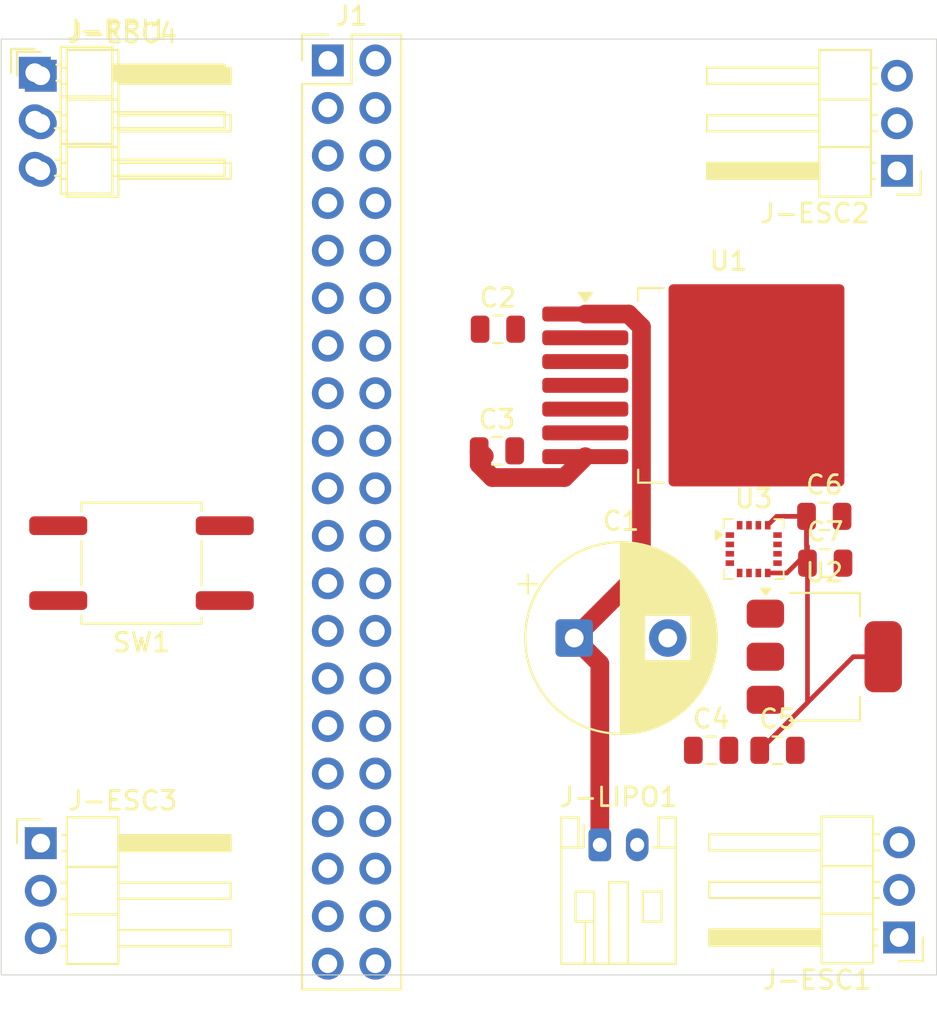
<source format=kicad_pcb>
(kicad_pcb (version 20241229) (generator "pcbnew") (generator_version "9.0")
  (layers (0 "F.Cu" signal) (2 "B.Cu" signal) (13 "F.Paste" user) (15 "B.Paste" user) (5 "F.SilkS" user "F.Silkscreen") (7 "B.SilkS" user "B.Silkscreen") (1 "F.Mask" user) (3 "B.Mask" user) (25 "Edge.Cuts" user))
  (net 0 "")
  (net 41 "V-BATT")
  (net 42 "GND")
  (net 43 "Net-(J-ESC1-Pin_3)")
  (net 44 "Net-(U1-VOUT)")
  (net 45 "VCC_3V3")
  (net 46 "/PWM_M1")
  (net 47 "/PWM_M2")
  (net 48 "/PWM_M3")
  (net 49 "/PWM_M4")
  (net 52 "/ARM_SWITCH")
  (net 56 "/IMU_INT")
  (net 59 "/IMU_MISO")
  (footprint "Package_LGA:LGA-16_3x3mm_P0.5mm" (layer "F.Cu") (at 40.225 27.25)
    (property "Reference" "U3" (at 0 -2.7 0) (layer "F.SilkS"))
    (property "Value" "MPU-9250")
    (fp_line (start -1.6 -1.6) (end -1.6 -1.1) (stroke (width 0.1)) (layer "F.SilkS"))
    (fp_line (start -1.6 -1.6) (end -1.1 -1.6) (stroke (width 0.1)) (layer "F.SilkS"))
    (fp_line (start -1.6 1.6) (end -1.6 1.1) (stroke (width 0.1)) (layer "F.SilkS"))
    (fp_line (start -1.6 1.6) (end -1.1 1.6) (stroke (width 0.1)) (layer "F.SilkS"))
    (fp_line (start 1.1 -1.6) (end 1.6 -1.6) (stroke (width 0.1)) (layer "F.SilkS"))
    (fp_line (start 1.6 -1.6) (end 1.6 -1.1) (stroke (width 0.1)) (layer "F.SilkS"))
    (fp_line (start 1.6 1.6) (end 1.1 1.6) (stroke (width 0.1)) (layer "F.SilkS"))
    (fp_line (start 1.6 1.6) (end 1.6 1.1) (stroke (width 0.1)) (layer "F.SilkS"))
    (fp_poly (pts (xy -1.675 -0.75) (xy -2.011 -0.51) (xy -2.011 -0.99) (xy -1.675 -0.75)) (stroke (width 0.12)) (fill yes) (layer "F.SilkS"))
    (pad "1" smd rect (at -1.275 -0.75 90) (size 0.3 0.45) (layers "F.Cu" "F.Mask" "F.Paste"))
    (pad "2" smd rect (at -1.275 -0.25 90) (size 0.3 0.45) (layers "F.Cu" "F.Mask" "F.Paste"))
    (pad "3" smd rect (at -1.275 0.25 90) (size 0.3 0.45) (layers "F.Cu" "F.Mask" "F.Paste"))
    (pad "4" smd rect (at -1.275 0.75 90) (size 0.3 0.45) (layers "F.Cu" "F.Mask" "F.Paste"))
    (pad "5" smd rect (at -0.75 1.275) (size 0.3 0.45) (layers "F.Cu" "F.Mask" "F.Paste"))
    (pad "6" smd rect (at -0.25 1.275) (size 0.3 0.45) (layers "F.Cu" "F.Mask" "F.Paste"))
    (pad "7" smd rect (at 0.25 1.275) (size 0.3 0.45) (layers "F.Cu" "F.Mask" "F.Paste"))
    (pad "8" smd rect (at 0.75 1.275) (size 0.3 0.45) (layers "F.Cu" "F.Mask" "F.Paste") (net 45 "VCC_3V3"))
    (pad "9" smd rect (at 1.275 0.75 90) (size 0.3 0.45) (layers "F.Cu" "F.Mask" "F.Paste") (net 59 "/IMU_MISO"))
    (pad "10" smd rect (at 1.275 0.25 90) (size 0.3 0.45) (layers "F.Cu" "F.Mask" "F.Paste"))
    (pad "11" smd rect (at 1.275 -0.25 90) (size 0.3 0.45) (layers "F.Cu" "F.Mask" "F.Paste"))
    (pad "12" smd rect (at 1.275 -0.75 90) (size 0.3 0.45) (layers "F.Cu" "F.Mask" "F.Paste") (net 56 "/IMU_INT"))
    (pad "13" smd rect (at 0.75 -1.275) (size 0.3 0.45) (layers "F.Cu" "F.Mask" "F.Paste") (net 45 "VCC_3V3"))
    (pad "14" smd rect (at 0.25 -1.275) (size 0.3 0.45) (layers "F.Cu" "F.Mask" "F.Paste"))
    (pad "15" smd rect (at -0.25 -1.275) (size 0.3 0.45) (layers "F.Cu" "F.Mask" "F.Paste"))
    (pad "16" smd rect (at -0.75 -1.275) (size 0.3 0.45) (layers "F.Cu" "F.Mask" "F.Paste"))
  )
  (footprint "Capacitor_THT:CP_Radial_D10.0mm_P5.00mm" (layer "F.Cu") (at 30.632323 32)
    (property "Reference" "C1" (at 2.5 -6.25 0) (layer "F.SilkS"))
    (property "Value" "1000uF")
    (fp_line (start -2.979646 -2.875) (end -1.979646 -2.875) (stroke (width 0.12)) (layer "F.SilkS"))
    (fp_line (start -2.479646 -3.375) (end -2.479646 -2.375) (stroke (width 0.12)) (layer "F.SilkS"))
    (fp_line (start 2.5 -5.08) (end 2.5 5.08) (stroke (width 0.12)) (layer "F.SilkS"))
    (fp_line (start 2.54 -5.08) (end 2.54 5.08) (stroke (width 0.12)) (layer "F.SilkS"))
    (fp_line (start 2.58 -5.079) (end 2.58 5.079) (stroke (width 0.12)) (layer "F.SilkS"))
    (fp_line (start 2.62 -5.079) (end 2.62 5.079) (stroke (width 0.12)) (layer "F.SilkS"))
    (fp_line (start 2.66 -5.077) (end 2.66 5.077) (stroke (width 0.12)) (layer "F.SilkS"))
    (fp_line (start 2.7 -5.076) (end 2.7 5.076) (stroke (width 0.12)) (layer "F.SilkS"))
    (fp_line (start 2.74 -5.074) (end 2.74 5.074) (stroke (width 0.12)) (layer "F.SilkS"))
    (fp_line (start 2.78 -5.072) (end 2.78 5.072) (stroke (width 0.12)) (layer "F.SilkS"))
    (fp_line (start 2.82 -5.07) (end 2.82 5.07) (stroke (width 0.12)) (layer "F.SilkS"))
    (fp_line (start 2.86 -5.067) (end 2.86 5.067) (stroke (width 0.12)) (layer "F.SilkS"))
    (fp_line (start 2.9 -5.064) (end 2.9 5.064) (stroke (width 0.12)) (layer "F.SilkS"))
    (fp_line (start 2.94 -5.061) (end 2.94 5.061) (stroke (width 0.12)) (layer "F.SilkS"))
    (fp_line (start 2.98 -5.057) (end 2.98 5.057) (stroke (width 0.12)) (layer "F.SilkS"))
    (fp_line (start 3.02 -5.054) (end 3.02 5.054) (stroke (width 0.12)) (layer "F.SilkS"))
    (fp_line (start 3.06 -5.049) (end 3.06 5.049) (stroke (width 0.12)) (layer "F.SilkS"))
    (fp_line (start 3.1 -5.045) (end 3.1 5.045) (stroke (width 0.12)) (layer "F.SilkS"))
    (fp_line (start 3.14 -5.04) (end 3.14 5.04) (stroke (width 0.12)) (layer "F.SilkS"))
    (fp_line (start 3.18 -5.035) (end 3.18 5.035) (stroke (width 0.12)) (layer "F.SilkS"))
    (fp_line (start 3.22 -5.029) (end 3.22 5.029) (stroke (width 0.12)) (layer "F.SilkS"))
    (fp_line (start 3.26 -5.023) (end 3.26 5.023) (stroke (width 0.12)) (layer "F.SilkS"))
    (fp_line (start 3.3 -5.017) (end 3.3 5.017) (stroke (width 0.12)) (layer "F.SilkS"))
    (fp_line (start 3.34 -5.011) (end 3.34 5.011) (stroke (width 0.12)) (layer "F.SilkS"))
    (fp_line (start 3.38 -5.004) (end 3.38 5.004) (stroke (width 0.12)) (layer "F.SilkS"))
    (fp_line (start 3.42 -4.997) (end 3.42 4.997) (stroke (width 0.12)) (layer "F.SilkS"))
    (fp_line (start 3.46 -4.989) (end 3.46 4.989) (stroke (width 0.12)) (layer "F.SilkS"))
    (fp_line (start 3.5 -4.981) (end 3.5 4.981) (stroke (width 0.12)) (layer "F.SilkS"))
    (fp_line (start 3.54 -4.973) (end 3.54 4.973) (stroke (width 0.12)) (layer "F.SilkS"))
    (fp_line (start 3.58 -4.965) (end 3.58 4.965) (stroke (width 0.12)) (layer "F.SilkS"))
    (fp_line (start 3.62 -4.956) (end 3.62 4.956) (stroke (width 0.12)) (layer "F.SilkS"))
    (fp_line (start 3.66 -4.947) (end 3.66 4.947) (stroke (width 0.12)) (layer "F.SilkS"))
    (fp_line (start 3.7 -4.937) (end 3.7 4.937) (stroke (width 0.12)) (layer "F.SilkS"))
    (fp_line (start 3.74 -4.928) (end 3.74 4.928) (stroke (width 0.12)) (layer "F.SilkS"))
    (fp_line (start 3.78 -4.917) (end 3.78 -1.24) (stroke (width 0.12)) (layer "F.SilkS"))
    (fp_line (start 3.78 1.24) (end 3.78 4.917) (stroke (width 0.12)) (layer "F.SilkS"))
    (fp_line (start 3.82 -4.907) (end 3.82 -1.24) (stroke (width 0.12)) (layer "F.SilkS"))
    (fp_line (start 3.82 1.24) (end 3.82 4.907) (stroke (width 0.12)) (layer "F.SilkS"))
    (fp_line (start 3.86 -4.896) (end 3.86 -1.24) (stroke (width 0.12)) (layer "F.SilkS"))
    (fp_line (start 3.86 1.24) (end 3.86 4.896) (stroke (width 0.12)) (layer "F.SilkS"))
    (fp_line (start 3.9 -4.885) (end 3.9 -1.24) (stroke (width 0.12)) (layer "F.SilkS"))
    (fp_line (start 3.9 1.24) (end 3.9 4.885) (stroke (width 0.12)) (layer "F.SilkS"))
    (fp_line (start 3.94 -4.873) (end 3.94 -1.24) (stroke (width 0.12)) (layer "F.SilkS"))
    (fp_line (start 3.94 1.24) (end 3.94 4.873) (stroke (width 0.12)) (layer "F.SilkS"))
    (fp_line (start 3.98 -4.861) (end 3.98 -1.24) (stroke (width 0.12)) (layer "F.SilkS"))
    (fp_line (start 3.98 1.24) (end 3.98 4.861) (stroke (width 0.12)) (layer "F.SilkS"))
    (fp_line (start 4.02 -4.849) (end 4.02 -1.24) (stroke (width 0.12)) (layer "F.SilkS"))
    (fp_line (start 4.02 1.24) (end 4.02 4.849) (stroke (width 0.12)) (layer "F.SilkS"))
    (fp_line (start 4.06 -4.837) (end 4.06 -1.24) (stroke (width 0.12)) (layer "F.SilkS"))
    (fp_line (start 4.06 1.24) (end 4.06 4.837) (stroke (width 0.12)) (layer "F.SilkS"))
    (fp_line (start 4.1 -4.824) (end 4.1 -1.24) (stroke (width 0.12)) (layer "F.SilkS"))
    (fp_line (start 4.1 1.24) (end 4.1 4.824) (stroke (width 0.12)) (layer "F.SilkS"))
    (fp_line (start 4.14 -4.81) (end 4.14 -1.24) (stroke (width 0.12)) (layer "F.SilkS"))
    (fp_line (start 4.14 1.24) (end 4.14 4.81) (stroke (width 0.12)) (layer "F.SilkS"))
    (fp_line (start 4.18 -4.797) (end 4.18 -1.24) (stroke (width 0.12)) (layer "F.SilkS"))
    (fp_line (start 4.18 1.24) (end 4.18 4.797) (stroke (width 0.12)) (layer "F.SilkS"))
    (fp_line (start 4.22 -4.782) (end 4.22 -1.24) (stroke (width 0.12)) (layer "F.SilkS"))
    (fp_line (start 4.22 1.24) (end 4.22 4.782) (stroke (width 0.12)) (layer "F.SilkS"))
    (fp_line (start 4.26 -4.768) (end 4.26 -1.24) (stroke (width 0.12)) (layer "F.SilkS"))
    (fp_line (start 4.26 1.24) (end 4.26 4.768) (stroke (width 0.12)) (layer "F.SilkS"))
    (fp_line (start 4.3 -4.753) (end 4.3 -1.24) (stroke (width 0.12)) (layer "F.SilkS"))
    (fp_line (start 4.3 1.24) (end 4.3 4.753) (stroke (width 0.12)) (layer "F.SilkS"))
    (fp_line (start 4.34 -4.738) (end 4.34 -1.24) (stroke (width 0.12)) (layer "F.SilkS"))
    (fp_line (start 4.34 1.24) (end 4.34 4.738) (stroke (width 0.12)) (layer "F.SilkS"))
    (fp_line (start 4.38 -4.722) (end 4.38 -1.24) (stroke (width 0.12)) (layer "F.SilkS"))
    (fp_line (start 4.38 1.24) (end 4.38 4.722) (stroke (width 0.12)) (layer "F.SilkS"))
    (fp_line (start 4.42 -4.706) (end 4.42 -1.24) (stroke (width 0.12)) (layer "F.SilkS"))
    (fp_line (start 4.42 1.24) (end 4.42 4.706) (stroke (width 0.12)) (layer "F.SilkS"))
    (fp_line (start 4.46 -4.69) (end 4.46 -1.24) (stroke (width 0.12)) (layer "F.SilkS"))
    (fp_line (start 4.46 1.24) (end 4.46 4.69) (stroke (width 0.12)) (layer "F.SilkS"))
    (fp_line (start 4.5 -4.673) (end 4.5 -1.24) (stroke (width 0.12)) (layer "F.SilkS"))
    (fp_line (start 4.5 1.24) (end 4.5 4.673) (stroke (width 0.12)) (layer "F.SilkS"))
    (fp_line (start 4.54 -4.656) (end 4.54 -1.24) (stroke (width 0.12)) (layer "F.SilkS"))
    (fp_line (start 4.54 1.24) (end 4.54 4.656) (stroke (width 0.12)) (layer "F.SilkS"))
    (fp_line (start 4.58 -4.638) (end 4.58 -1.24) (stroke (width 0.12)) (layer "F.SilkS"))
    (fp_line (start 4.58 1.24) (end 4.58 4.638) (stroke (width 0.12)) (layer "F.SilkS"))
    (fp_line (start 4.62 -4.62) (end 4.62 -1.24) (stroke (width 0.12)) (layer "F.SilkS"))
    (fp_line (start 4.62 1.24) (end 4.62 4.62) (stroke (width 0.12)) (layer "F.SilkS"))
    (fp_line (start 4.66 -4.602) (end 4.66 -1.24) (stroke (width 0.12)) (layer "F.SilkS"))
    (fp_line (start 4.66 1.24) (end 4.66 4.602) (stroke (width 0.12)) (layer "F.SilkS"))
    (fp_line (start 4.7 -4.583) (end 4.7 -1.24) (stroke (width 0.12)) (layer "F.SilkS"))
    (fp_line (start 4.7 1.24) (end 4.7 4.583) (stroke (width 0.12)) (layer "F.SilkS"))
    (fp_line (start 4.74 -4.564) (end 4.74 -1.24) (stroke (width 0.12)) (layer "F.SilkS"))
    (fp_line (start 4.74 1.24) (end 4.74 4.564) (stroke (width 0.12)) (layer "F.SilkS"))
    (fp_line (start 4.78 -4.544) (end 4.78 -1.24) (stroke (width 0.12)) (layer "F.SilkS"))
    (fp_line (start 4.78 1.24) (end 4.78 4.544) (stroke (width 0.12)) (layer "F.SilkS"))
    (fp_line (start 4.82 -4.524) (end 4.82 -1.24) (stroke (width 0.12)) (layer "F.SilkS"))
    (fp_line (start 4.82 1.24) (end 4.82 4.524) (stroke (width 0.12)) (layer "F.SilkS"))
    (fp_line (start 4.86 -4.504) (end 4.86 -1.24) (stroke (width 0.12)) (layer "F.SilkS"))
    (fp_line (start 4.86 1.24) (end 4.86 4.504) (stroke (width 0.12)) (layer "F.SilkS"))
    (fp_line (start 4.9 -4.483) (end 4.9 -1.24) (stroke (width 0.12)) (layer "F.SilkS"))
    (fp_line (start 4.9 1.24) (end 4.9 4.483) (stroke (width 0.12)) (layer "F.SilkS"))
    (fp_line (start 4.94 -4.461) (end 4.94 -1.24) (stroke (width 0.12)) (layer "F.SilkS"))
    (fp_line (start 4.94 1.24) (end 4.94 4.461) (stroke (width 0.12)) (layer "F.SilkS"))
    (fp_line (start 4.98 -4.439) (end 4.98 -1.24) (stroke (width 0.12)) (layer "F.SilkS"))
    (fp_line (start 4.98 1.24) (end 4.98 4.439) (stroke (width 0.12)) (layer "F.SilkS"))
    (fp_line (start 5.02 -4.417) (end 5.02 -1.24) (stroke (width 0.12)) (layer "F.SilkS"))
    (fp_line (start 5.02 1.24) (end 5.02 4.417) (stroke (width 0.12)) (layer "F.SilkS"))
    (fp_line (start 5.06 -4.394) (end 5.06 -1.24) (stroke (width 0.12)) (layer "F.SilkS"))
    (fp_line (start 5.06 1.24) (end 5.06 4.394) (stroke (width 0.12)) (layer "F.SilkS"))
    (fp_line (start 5.1 -4.371) (end 5.1 -1.24) (stroke (width 0.12)) (layer "F.SilkS"))
    (fp_line (start 5.1 1.24) (end 5.1 4.371) (stroke (width 0.12)) (layer "F.SilkS"))
    (fp_line (start 5.14 -4.347) (end 5.14 -1.24) (stroke (width 0.12)) (layer "F.SilkS"))
    (fp_line (start 5.14 1.24) (end 5.14 4.347) (stroke (width 0.12)) (layer "F.SilkS"))
    (fp_line (start 5.18 -4.323) (end 5.18 -1.24) (stroke (width 0.12)) (layer "F.SilkS"))
    (fp_line (start 5.18 1.24) (end 5.18 4.323) (stroke (width 0.12)) (layer "F.SilkS"))
    (fp_line (start 5.22 -4.298) (end 5.22 -1.24) (stroke (width 0.12)) (layer "F.SilkS"))
    (fp_line (start 5.22 1.24) (end 5.22 4.298) (stroke (width 0.12)) (layer "F.SilkS"))
    (fp_line (start 5.26 -4.272) (end 5.26 -1.24) (stroke (width 0.12)) (layer "F.SilkS"))
    (fp_line (start 5.26 1.24) (end 5.26 4.272) (stroke (width 0.12)) (layer "F.SilkS"))
    (fp_line (start 5.3 -4.247) (end 5.3 -1.24) (stroke (width 0.12)) (layer "F.SilkS"))
    (fp_line (start 5.3 1.24) (end 5.3 4.247) (stroke (width 0.12)) (layer "F.SilkS"))
    (fp_line (start 5.34 -4.22) (end 5.34 -1.24) (stroke (width 0.12)) (layer "F.SilkS"))
    (fp_line (start 5.34 1.24) (end 5.34 4.22) (stroke (width 0.12)) (layer "F.SilkS"))
    (fp_line (start 5.38 -4.193) (end 5.38 -1.24) (stroke (width 0.12)) (layer "F.SilkS"))
    (fp_line (start 5.38 1.24) (end 5.38 4.193) (stroke (width 0.12)) (layer "F.SilkS"))
    (fp_line (start 5.42 -4.166) (end 5.42 -1.24) (stroke (width 0.12)) (layer "F.SilkS"))
    (fp_line (start 5.42 1.24) (end 5.42 4.166) (stroke (width 0.12)) (layer "F.SilkS"))
    (fp_line (start 5.46 -4.138) (end 5.46 -1.24) (stroke (width 0.12)) (layer "F.SilkS"))
    (fp_line (start 5.46 1.24) (end 5.46 4.138) (stroke (width 0.12)) (layer "F.SilkS"))
    (fp_line (start 5.5 -4.109) (end 5.5 -1.24) (stroke (width 0.12)) (layer "F.SilkS"))
    (fp_line (start 5.5 1.24) (end 5.5 4.109) (stroke (width 0.12)) (layer "F.SilkS"))
    (fp_line (start 5.54 -4.08) (end 5.54 -1.24) (stroke (width 0.12)) (layer "F.SilkS"))
    (fp_line (start 5.54 1.24) (end 5.54 4.08) (stroke (width 0.12)) (layer "F.SilkS"))
    (fp_line (start 5.58 -4.05) (end 5.58 -1.24) (stroke (width 0.12)) (layer "F.SilkS"))
    (fp_line (start 5.58 1.24) (end 5.58 4.05) (stroke (width 0.12)) (layer "F.SilkS"))
    (fp_line (start 5.62 -4.02) (end 5.62 -1.24) (stroke (width 0.12)) (layer "F.SilkS"))
    (fp_line (start 5.62 1.24) (end 5.62 4.02) (stroke (width 0.12)) (layer "F.SilkS"))
    (fp_line (start 5.66 -3.988) (end 5.66 -1.24) (stroke (width 0.12)) (layer "F.SilkS"))
    (fp_line (start 5.66 1.24) (end 5.66 3.988) (stroke (width 0.12)) (layer "F.SilkS"))
    (fp_line (start 5.7 -3.957) (end 5.7 -1.24) (stroke (width 0.12)) (layer "F.SilkS"))
    (fp_line (start 5.7 1.24) (end 5.7 3.957) (stroke (width 0.12)) (layer "F.SilkS"))
    (fp_line (start 5.74 -3.924) (end 5.74 -1.24) (stroke (width 0.12)) (layer "F.SilkS"))
    (fp_line (start 5.74 1.24) (end 5.74 3.924) (stroke (width 0.12)) (layer "F.SilkS"))
    (fp_line (start 5.78 -3.891) (end 5.78 -1.24) (stroke (width 0.12)) (layer "F.SilkS"))
    (fp_line (start 5.78 1.24) (end 5.78 3.891) (stroke (width 0.12)) (layer "F.SilkS"))
    (fp_line (start 5.82 -3.858) (end 5.82 -1.24) (stroke (width 0.12)) (layer "F.SilkS"))
    (fp_line (start 5.82 1.24) (end 5.82 3.858) (stroke (width 0.12)) (layer "F.SilkS"))
    (fp_line (start 5.86 -3.823) (end 5.86 -1.24) (stroke (width 0.12)) (layer "F.SilkS"))
    (fp_line (start 5.86 1.24) (end 5.86 3.823) (stroke (width 0.12)) (layer "F.SilkS"))
    (fp_line (start 5.9 -3.788) (end 5.9 -1.24) (stroke (width 0.12)) (layer "F.SilkS"))
    (fp_line (start 5.9 1.24) (end 5.9 3.788) (stroke (width 0.12)) (layer "F.SilkS"))
    (fp_line (start 5.94 -3.752) (end 5.94 -1.24) (stroke (width 0.12)) (layer "F.SilkS"))
    (fp_line (start 5.94 1.24) (end 5.94 3.752) (stroke (width 0.12)) (layer "F.SilkS"))
    (fp_line (start 5.98 -3.716) (end 5.98 -1.24) (stroke (width 0.12)) (layer "F.SilkS"))
    (fp_line (start 5.98 1.24) (end 5.98 3.716) (stroke (width 0.12)) (layer "F.SilkS"))
    (fp_line (start 6.02 -3.678) (end 6.02 -1.24) (stroke (width 0.12)) (layer "F.SilkS"))
    (fp_line (start 6.02 1.24) (end 6.02 3.678) (stroke (width 0.12)) (layer "F.SilkS"))
    (fp_line (start 6.06 -3.64) (end 6.06 -1.24) (stroke (width 0.12)) (layer "F.SilkS"))
    (fp_line (start 6.06 1.24) (end 6.06 3.64) (stroke (width 0.12)) (layer "F.SilkS"))
    (fp_line (start 6.1 -3.601) (end 6.1 -1.24) (stroke (width 0.12)) (layer "F.SilkS"))
    (fp_line (start 6.1 1.24) (end 6.1 3.601) (stroke (width 0.12)) (layer "F.SilkS"))
    (fp_line (start 6.14 -3.561) (end 6.14 -1.24) (stroke (width 0.12)) (layer "F.SilkS"))
    (fp_line (start 6.14 1.24) (end 6.14 3.561) (stroke (width 0.12)) (layer "F.SilkS"))
    (fp_line (start 6.18 -3.52) (end 6.18 -1.24) (stroke (width 0.12)) (layer "F.SilkS"))
    (fp_line (start 6.18 1.24) (end 6.18 3.52) (stroke (width 0.12)) (layer "F.SilkS"))
    (fp_line (start 6.22 -3.478) (end 6.22 -1.24) (stroke (width 0.12)) (layer "F.SilkS"))
    (fp_line (start 6.22 1.24) (end 6.22 3.478) (stroke (width 0.12)) (layer "F.SilkS"))
    (fp_line (start 6.26 -3.435) (end 6.26 3.435) (stroke (width 0.12)) (layer "F.SilkS"))
    (fp_line (start 6.3 -3.391) (end 6.3 3.391) (stroke (width 0.12)) (layer "F.SilkS"))
    (fp_line (start 6.34 -3.347) (end 6.34 3.347) (stroke (width 0.12)) (layer "F.SilkS"))
    (fp_line (start 6.38 -3.301) (end 6.38 3.301) (stroke (width 0.12)) (layer "F.SilkS"))
    (fp_line (start 6.42 -3.254) (end 6.42 3.254) (stroke (width 0.12)) (layer "F.SilkS"))
    (fp_line (start 6.46 -3.205) (end 6.46 3.205) (stroke (width 0.12)) (layer "F.SilkS"))
    (fp_line (start 6.5 -3.156) (end 6.5 3.156) (stroke (width 0.12)) (layer "F.SilkS"))
    (fp_line (start 6.54 -3.105) (end 6.54 3.105) (stroke (width 0.12)) (layer "F.SilkS"))
    (fp_line (start 6.58 -3.053) (end 6.58 3.053) (stroke (width 0.12)) (layer "F.SilkS"))
    (fp_line (start 6.62 -3) (end 6.62 3) (stroke (width 0.12)) (layer "F.SilkS"))
    (fp_line (start 6.66 -2.945) (end 6.66 2.945) (stroke (width 0.12)) (layer "F.SilkS"))
    (fp_line (start 6.7 -2.888) (end 6.7 2.888) (stroke (width 0.12)) (layer "F.SilkS"))
    (fp_line (start 6.74 -2.83) (end 6.74 2.83) (stroke (width 0.12)) (layer "F.SilkS"))
    (fp_line (start 6.78 -2.77) (end 6.78 2.77) (stroke (width 0.12)) (layer "F.SilkS"))
    (fp_line (start 6.82 -2.708) (end 6.82 2.708) (stroke (width 0.12)) (layer "F.SilkS"))
    (fp_line (start 6.86 -2.644) (end 6.86 2.644) (stroke (width 0.12)) (layer "F.SilkS"))
    (fp_line (start 6.9 -2.578) (end 6.9 2.578) (stroke (width 0.12)) (layer "F.SilkS"))
    (fp_line (start 6.94 -2.51) (end 6.94 2.51) (stroke (width 0.12)) (layer "F.SilkS"))
    (fp_line (start 6.98 -2.439) (end 6.98 2.439) (stroke (width 0.12)) (layer "F.SilkS"))
    (fp_line (start 7.02 -2.365) (end 7.02 2.365) (stroke (width 0.12)) (layer "F.SilkS"))
    (fp_line (start 7.06 -2.288) (end 7.06 2.288) (stroke (width 0.12)) (layer "F.SilkS"))
    (fp_line (start 7.1 -2.208) (end 7.1 2.208) (stroke (width 0.12)) (layer "F.SilkS"))
    (fp_line (start 7.14 -2.124) (end 7.14 2.124) (stroke (width 0.12)) (layer "F.SilkS"))
    (fp_line (start 7.18 -2.037) (end 7.18 2.037) (stroke (width 0.12)) (layer "F.SilkS"))
    (fp_line (start 7.22 -1.944) (end 7.22 1.944) (stroke (width 0.12)) (layer "F.SilkS"))
    (fp_line (start 7.26 -1.846) (end 7.26 1.846) (stroke (width 0.12)) (layer "F.SilkS"))
    (fp_line (start 7.3 -1.742) (end 7.3 1.742) (stroke (width 0.12)) (layer "F.SilkS"))
    (fp_line (start 7.34 -1.63) (end 7.34 1.63) (stroke (width 0.12)) (layer "F.SilkS"))
    (fp_line (start 7.38 -1.509) (end 7.38 1.509) (stroke (width 0.12)) (layer "F.SilkS"))
    (fp_line (start 7.42 -1.377) (end 7.42 1.377) (stroke (width 0.12)) (layer "F.SilkS"))
    (fp_line (start 7.46 -1.23) (end 7.46 1.23) (stroke (width 0.12)) (layer "F.SilkS"))
    (fp_line (start 7.5 -1.062) (end 7.5 1.062) (stroke (width 0.12)) (layer "F.SilkS"))
    (fp_line (start 7.54 -0.862) (end 7.54 0.862) (stroke (width 0.12)) (layer "F.SilkS"))
    (fp_line (start 7.58 -0.599) (end 7.58 0.599) (stroke (width 0.12)) (layer "F.SilkS"))
    (fp_circle (center 2.5 0) (end 7.62 0) (stroke (width 0.12)) (fill no) (layer "F.SilkS"))
    (pad "1" thru_hole roundrect (at 0 0) (size 2 2) (drill 1) (layers "*.Cu" "*.Mask") (roundrect_rratio 0.125) (net 41 "V-BATT"))
    (pad "2" thru_hole circle (at 5 0) (size 2 2) (drill 1) (layers "*.Cu" "*.Mask") (net 42 "GND"))
  )
  (footprint "Connector_PinHeader_2.54mm:PinHeader_1x03_P2.54mm_Horizontal" (layer "F.Cu") (at 1.795 1.795)
    (property "Reference" "J-RPI1" (at 4.385 -2.27 0) (layer "F.SilkS"))
    (property "Value" "Conn_01x40_Pin")
    (fp_line (start -1.27 -1.27) (end 0 -1.27) (stroke (width 0.12)) (layer "F.SilkS"))
    (fp_line (start -1.27 0) (end -1.27 -1.27) (stroke (width 0.12)) (layer "F.SilkS"))
    (fp_line (start 1.077358 2.11) (end 1.39 2.11) (stroke (width 0.12)) (layer "F.SilkS"))
    (fp_line (start 1.077358 2.97) (end 1.39 2.97) (stroke (width 0.12)) (layer "F.SilkS"))
    (fp_line (start 1.077358 4.65) (end 1.39 4.65) (stroke (width 0.12)) (layer "F.SilkS"))
    (fp_line (start 1.077358 5.51) (end 1.39 5.51) (stroke (width 0.12)) (layer "F.SilkS"))
    (fp_line (start 1.16 -0.43) (end 1.39 -0.43) (stroke (width 0.12)) (layer "F.SilkS"))
    (fp_line (start 1.16 0.43) (end 1.39 0.43) (stroke (width 0.12)) (layer "F.SilkS"))
    (fp_line (start 1.39 -1.38) (end 1.39 6.46) (stroke (width 0.12)) (layer "F.SilkS"))
    (fp_line (start 1.39 1.27) (end 4.15 1.27) (stroke (width 0.12)) (layer "F.SilkS"))
    (fp_line (start 1.39 3.81) (end 4.15 3.81) (stroke (width 0.12)) (layer "F.SilkS"))
    (fp_line (start 1.39 6.46) (end 4.15 6.46) (stroke (width 0.12)) (layer "F.SilkS"))
    (fp_line (start 4.15 -1.38) (end 1.39 -1.38) (stroke (width 0.12)) (layer "F.SilkS"))
    (fp_line (start 4.15 2.11) (end 10.15 2.11) (stroke (width 0.12)) (layer "F.SilkS"))
    (fp_line (start 4.15 4.65) (end 10.15 4.65) (stroke (width 0.12)) (layer "F.SilkS"))
    (fp_line (start 4.15 6.46) (end 4.15 -1.38) (stroke (width 0.12)) (layer "F.SilkS"))
    (fp_line (start 10.15 2.11) (end 10.15 2.97) (stroke (width 0.12)) (layer "F.SilkS"))
    (fp_line (start 10.15 2.97) (end 4.15 2.97) (stroke (width 0.12)) (layer "F.SilkS"))
    (fp_line (start 10.15 4.65) (end 10.15 5.51) (stroke (width 0.12)) (layer "F.SilkS"))
    (fp_line (start 10.15 5.51) (end 4.15 5.51) (stroke (width 0.12)) (layer "F.SilkS"))
    (fp_rect (start 4.15 -0.43) (end 10.15 0.43) (stroke (width 0.12)) (fill yes) (layer "F.SilkS"))
    (pad "1" thru_hole rect (at 0 0) (size 1.7 1.7) (drill 1) (layers "*.Cu" "*.Mask"))
    (pad "2" thru_hole circle (at 0 2.54) (size 1.7 1.7) (drill 1) (layers "*.Cu" "*.Mask") (net 43 "Net-(J-ESC1-Pin_3)"))
    (pad "3" thru_hole circle (at 0 5.08) (size 1.7 1.7) (drill 1) (layers "*.Cu" "*.Mask"))
  )
  (footprint "Connector_PinHeader_2.54mm:PinHeader_1x03_P2.54mm_Horizontal" (layer "F.Cu") (at 48 48 180)
    (property "Reference" "J-ESC1" (at 4.385 -2.27 0) (layer "F.SilkS"))
    (property "Value" "Conn_01x03_Pin")
    (fp_line (start 10.15 5.51) (end 4.15 5.51) (stroke (width 0.12)) (layer "F.SilkS"))
    (fp_line (start 10.15 4.65) (end 10.15 5.51) (stroke (width 0.12)) (layer "F.SilkS"))
    (fp_line (start 10.15 2.97) (end 4.15 2.97) (stroke (width 0.12)) (layer "F.SilkS"))
    (fp_line (start 10.15 2.11) (end 10.15 2.97) (stroke (width 0.12)) (layer "F.SilkS"))
    (fp_line (start 4.15 6.46) (end 4.15 -1.38) (stroke (width 0.12)) (layer "F.SilkS"))
    (fp_line (start 4.15 4.65) (end 10.15 4.65) (stroke (width 0.12)) (layer "F.SilkS"))
    (fp_line (start 4.15 2.11) (end 10.15 2.11) (stroke (width 0.12)) (layer "F.SilkS"))
    (fp_line (start 4.15 -1.38) (end 1.39 -1.38) (stroke (width 0.12)) (layer "F.SilkS"))
    (fp_line (start 1.39 6.46) (end 4.15 6.46) (stroke (width 0.12)) (layer "F.SilkS"))
    (fp_line (start 1.39 3.81) (end 4.15 3.81) (stroke (width 0.12)) (layer "F.SilkS"))
    (fp_line (start 1.39 1.27) (end 4.15 1.27) (stroke (width 0.12)) (layer "F.SilkS"))
    (fp_line (start 1.39 -1.38) (end 1.39 6.46) (stroke (width 0.12)) (layer "F.SilkS"))
    (fp_line (start 1.16 0.43) (end 1.39 0.43) (stroke (width 0.12)) (layer "F.SilkS"))
    (fp_line (start 1.16 -0.43) (end 1.39 -0.43) (stroke (width 0.12)) (layer "F.SilkS"))
    (fp_line (start 1.077358 5.51) (end 1.39 5.51) (stroke (width 0.12)) (layer "F.SilkS"))
    (fp_line (start 1.077358 4.65) (end 1.39 4.65) (stroke (width 0.12)) (layer "F.SilkS"))
    (fp_line (start 1.077358 2.97) (end 1.39 2.97) (stroke (width 0.12)) (layer "F.SilkS"))
    (fp_line (start 1.077358 2.11) (end 1.39 2.11) (stroke (width 0.12)) (layer "F.SilkS"))
    (fp_line (start -1.27 0) (end -1.27 -1.27) (stroke (width 0.12)) (layer "F.SilkS"))
    (fp_line (start -1.27 -1.27) (end 0 -1.27) (stroke (width 0.12)) (layer "F.SilkS"))
    (fp_rect (start 4.15 -0.43) (end 10.15 0.43) (stroke (width 0.12)) (fill yes) (layer "F.SilkS"))
    (pad "1" thru_hole rect (at 0 0 180) (size 1.7 1.7) (drill 1) (layers "*.Cu" "*.Mask") (net 41 "V-BATT"))
    (pad "2" thru_hole circle (at 0 2.54 180) (size 1.7 1.7) (drill 1) (layers "*.Cu" "*.Mask") (net 46 "/PWM_M1"))
    (pad "3" thru_hole circle (at 0 5.08 180) (size 1.7 1.7) (drill 1) (layers "*.Cu" "*.Mask") (net 43 "Net-(J-ESC1-Pin_3)"))
  )
  (footprint "Connector_PinHeader_2.54mm:PinHeader_2x20_P2.54mm_Vertical" (layer "F.Cu") (at 17.46 1.14)
    (property "Reference" "J1" (at 1.27 -2.38 0) (layer "F.SilkS"))
    (property "Value" "Conn_02x20_Odd_Even")
    (fp_line (start -1.38 -1.38) (end 0 -1.38) (stroke (width 0.12)) (layer "F.SilkS"))
    (fp_line (start -1.38 0) (end -1.38 -1.38) (stroke (width 0.12)) (layer "F.SilkS"))
    (fp_line (start -1.38 1.27) (end -1.38 49.64) (stroke (width 0.12)) (layer "F.SilkS"))
    (fp_line (start -1.38 1.27) (end 1.27 1.27) (stroke (width 0.12)) (layer "F.SilkS"))
    (fp_line (start -1.38 49.64) (end 3.92 49.64) (stroke (width 0.12)) (layer "F.SilkS"))
    (fp_line (start 1.27 -1.38) (end 3.92 -1.38) (stroke (width 0.12)) (layer "F.SilkS"))
    (fp_line (start 1.27 1.27) (end 1.27 -1.38) (stroke (width 0.12)) (layer "F.SilkS"))
    (fp_line (start 3.92 -1.38) (end 3.92 49.64) (stroke (width 0.12)) (layer "F.SilkS"))
    (pad "1" thru_hole rect (at 0 0) (size 1.7 1.7) (drill 1) (layers "*.Cu" "*.Mask"))
    (pad "2" thru_hole circle (at 2.54 0) (size 1.7 1.7) (drill 1) (layers "*.Cu" "*.Mask"))
    (pad "3" thru_hole circle (at 0 2.54) (size 1.7 1.7) (drill 1) (layers "*.Cu" "*.Mask"))
    (pad "4" thru_hole circle (at 2.54 2.54) (size 1.7 1.7) (drill 1) (layers "*.Cu" "*.Mask"))
    (pad "5" thru_hole circle (at 0 5.08) (size 1.7 1.7) (drill 1) (layers "*.Cu" "*.Mask"))
    (pad "6" thru_hole circle (at 2.54 5.08) (size 1.7 1.7) (drill 1) (layers "*.Cu" "*.Mask"))
    (pad "7" thru_hole circle (at 0 7.62) (size 1.7 1.7) (drill 1) (layers "*.Cu" "*.Mask"))
    (pad "8" thru_hole circle (at 2.54 7.62) (size 1.7 1.7) (drill 1) (layers "*.Cu" "*.Mask"))
    (pad "9" thru_hole circle (at 0 10.16) (size 1.7 1.7) (drill 1) (layers "*.Cu" "*.Mask"))
    (pad "10" thru_hole circle (at 2.54 10.16) (size 1.7 1.7) (drill 1) (layers "*.Cu" "*.Mask"))
    (pad "11" thru_hole circle (at 0 12.7) (size 1.7 1.7) (drill 1) (layers "*.Cu" "*.Mask"))
    (pad "12" thru_hole circle (at 2.54 12.7) (size 1.7 1.7) (drill 1) (layers "*.Cu" "*.Mask"))
    (pad "13" thru_hole circle (at 0 15.24) (size 1.7 1.7) (drill 1) (layers "*.Cu" "*.Mask"))
    (pad "14" thru_hole circle (at 2.54 15.24) (size 1.7 1.7) (drill 1) (layers "*.Cu" "*.Mask"))
    (pad "15" thru_hole circle (at 0 17.78) (size 1.7 1.7) (drill 1) (layers "*.Cu" "*.Mask"))
    (pad "16" thru_hole circle (at 2.54 17.78) (size 1.7 1.7) (drill 1) (layers "*.Cu" "*.Mask"))
    (pad "17" thru_hole circle (at 0 20.32) (size 1.7 1.7) (drill 1) (layers "*.Cu" "*.Mask"))
    (pad "18" thru_hole circle (at 2.54 20.32) (size 1.7 1.7) (drill 1) (layers "*.Cu" "*.Mask"))
    (pad "19" thru_hole circle (at 0 22.86) (size 1.7 1.7) (drill 1) (layers "*.Cu" "*.Mask"))
    (pad "20" thru_hole circle (at 2.54 22.86) (size 1.7 1.7) (drill 1) (layers "*.Cu" "*.Mask"))
    (pad "21" thru_hole circle (at 0 25.4) (size 1.7 1.7) (drill 1) (layers "*.Cu" "*.Mask"))
    (pad "22" thru_hole circle (at 2.54 25.4) (size 1.7 1.7) (drill 1) (layers "*.Cu" "*.Mask"))
    (pad "23" thru_hole circle (at 0 27.94) (size 1.7 1.7) (drill 1) (layers "*.Cu" "*.Mask"))
    (pad "24" thru_hole circle (at 2.54 27.94) (size 1.7 1.7) (drill 1) (layers "*.Cu" "*.Mask"))
    (pad "25" thru_hole circle (at 0 30.48) (size 1.7 1.7) (drill 1) (layers "*.Cu" "*.Mask"))
    (pad "26" thru_hole circle (at 2.54 30.48) (size 1.7 1.7) (drill 1) (layers "*.Cu" "*.Mask"))
    (pad "27" thru_hole circle (at 0 33.02) (size 1.7 1.7) (drill 1) (layers "*.Cu" "*.Mask"))
    (pad "28" thru_hole circle (at 2.54 33.02) (size 1.7 1.7) (drill 1) (layers "*.Cu" "*.Mask"))
    (pad "29" thru_hole circle (at 0 35.56) (size 1.7 1.7) (drill 1) (layers "*.Cu" "*.Mask"))
    (pad "30" thru_hole circle (at 2.54 35.56) (size 1.7 1.7) (drill 1) (layers "*.Cu" "*.Mask"))
    (pad "31" thru_hole circle (at 0 38.1) (size 1.7 1.7) (drill 1) (layers "*.Cu" "*.Mask"))
    (pad "32" thru_hole circle (at 2.54 38.1) (size 1.7 1.7) (drill 1) (layers "*.Cu" "*.Mask"))
    (pad "33" thru_hole circle (at 0 40.64) (size 1.7 1.7) (drill 1) (layers "*.Cu" "*.Mask"))
    (pad "34" thru_hole circle (at 2.54 40.64) (size 1.7 1.7) (drill 1) (layers "*.Cu" "*.Mask"))
    (pad "35" thru_hole circle (at 0 43.18) (size 1.7 1.7) (drill 1) (layers "*.Cu" "*.Mask"))
    (pad "36" thru_hole circle (at 2.54 43.18) (size 1.7 1.7) (drill 1) (layers "*.Cu" "*.Mask"))
    (pad "37" thru_hole circle (at 0 45.72) (size 1.7 1.7) (drill 1) (layers "*.Cu" "*.Mask"))
    (pad "38" thru_hole circle (at 2.54 45.72) (size 1.7 1.7) (drill 1) (layers "*.Cu" "*.Mask"))
    (pad "39" thru_hole circle (at 0 48.26) (size 1.7 1.7) (drill 1) (layers "*.Cu" "*.Mask"))
    (pad "40" thru_hole circle (at 2.54 48.26) (size 1.7 1.7) (drill 1) (layers "*.Cu" "*.Mask"))
  )
  (footprint "Capacitor_SMD:C_0805_2012Metric" (layer "F.Cu") (at 26.55 15.5)
    (property "Reference" "C2" (at 0 -1.68 0) (layer "F.SilkS"))
    (property "Value" "10uF")
    (fp_line (start -0.261252 -0.735) (end 0.261252 -0.735) (stroke (width 0.12)) (layer "F.SilkS"))
    (fp_line (start -0.261252 0.735) (end 0.261252 0.735) (stroke (width 0.12)) (layer "F.SilkS"))
    (pad "1" smd roundrect (at -0.95 0) (size 1 1.45) (layers "F.Cu" "F.Mask" "F.Paste") (net 41 "V-BATT"))
    (pad "2" smd roundrect (at 0.95 0) (size 1 1.45) (layers "F.Cu" "F.Mask" "F.Paste") (net 43 "Net-(J-ESC1-Pin_3)"))
  )
  (footprint "Capacitor_SMD:C_0805_2012Metric" (layer "F.Cu") (at 37.95 38)
    (property "Reference" "C4" (at 0 -1.68 0) (layer "F.SilkS"))
    (property "Value" "0.1uF")
    (fp_line (start -0.261252 -0.735) (end 0.261252 -0.735) (stroke (width 0.12)) (layer "F.SilkS"))
    (fp_line (start -0.261252 0.735) (end 0.261252 0.735) (stroke (width 0.12)) (layer "F.SilkS"))
    (pad "1" smd roundrect (at -0.95 0) (size 1 1.45) (layers "F.Cu" "F.Mask" "F.Paste") (net 43 "Net-(J-ESC1-Pin_3)"))
    (pad "2" smd roundrect (at 0.95 0) (size 1 1.45) (layers "F.Cu" "F.Mask" "F.Paste") (net 43 "Net-(J-ESC1-Pin_3)"))
  )
  (footprint "Capacitor_SMD:C_0805_2012Metric" (layer "F.Cu") (at 26.5 22)
    (property "Reference" "C3" (at 0 -1.68 0) (layer "F.SilkS"))
    (property "Value" "47uF")
    (fp_line (start -0.261252 -0.735) (end 0.261252 -0.735) (stroke (width 0.12)) (layer "F.SilkS"))
    (fp_line (start -0.261252 0.735) (end 0.261252 0.735) (stroke (width 0.12)) (layer "F.SilkS"))
    (pad "1" smd roundrect (at -0.95 0) (size 1 1.45) (layers "F.Cu" "F.Mask" "F.Paste") (net 44 "Net-(U1-VOUT)"))
    (pad "2" smd roundrect (at 0.95 0) (size 1 1.45) (layers "F.Cu" "F.Mask" "F.Paste") (net 43 "Net-(J-ESC1-Pin_3)"))
  )
  (footprint "Connector_PinHeader_2.54mm:PinHeader_1x03_P2.54mm_Horizontal" (layer "F.Cu") (at 47.885 7.04 180)
    (property "Reference" "J-ESC2" (at 4.385 -2.27 0) (layer "F.SilkS"))
    (property "Value" "Conn_01x03_Pin")
    (fp_line (start 10.15 5.51) (end 4.15 5.51) (stroke (width 0.12)) (layer "F.SilkS"))
    (fp_line (start 10.15 4.65) (end 10.15 5.51) (stroke (width 0.12)) (layer "F.SilkS"))
    (fp_line (start 10.15 2.97) (end 4.15 2.97) (stroke (width 0.12)) (layer "F.SilkS"))
    (fp_line (start 10.15 2.11) (end 10.15 2.97) (stroke (width 0.12)) (layer "F.SilkS"))
    (fp_line (start 4.15 6.46) (end 4.15 -1.38) (stroke (width 0.12)) (layer "F.SilkS"))
    (fp_line (start 4.15 4.65) (end 10.15 4.65) (stroke (width 0.12)) (layer "F.SilkS"))
    (fp_line (start 4.15 2.11) (end 10.15 2.11) (stroke (width 0.12)) (layer "F.SilkS"))
    (fp_line (start 4.15 -1.38) (end 1.39 -1.38) (stroke (width 0.12)) (layer "F.SilkS"))
    (fp_line (start 1.39 6.46) (end 4.15 6.46) (stroke (width 0.12)) (layer "F.SilkS"))
    (fp_line (start 1.39 3.81) (end 4.15 3.81) (stroke (width 0.12)) (layer "F.SilkS"))
    (fp_line (start 1.39 1.27) (end 4.15 1.27) (stroke (width 0.12)) (layer "F.SilkS"))
    (fp_line (start 1.39 -1.38) (end 1.39 6.46) (stroke (width 0.12)) (layer "F.SilkS"))
    (fp_line (start 1.16 0.43) (end 1.39 0.43) (stroke (width 0.12)) (layer "F.SilkS"))
    (fp_line (start 1.16 -0.43) (end 1.39 -0.43) (stroke (width 0.12)) (layer "F.SilkS"))
    (fp_line (start 1.077358 5.51) (end 1.39 5.51) (stroke (width 0.12)) (layer "F.SilkS"))
    (fp_line (start 1.077358 4.65) (end 1.39 4.65) (stroke (width 0.12)) (layer "F.SilkS"))
    (fp_line (start 1.077358 2.97) (end 1.39 2.97) (stroke (width 0.12)) (layer "F.SilkS"))
    (fp_line (start 1.077358 2.11) (end 1.39 2.11) (stroke (width 0.12)) (layer "F.SilkS"))
    (fp_line (start -1.27 0) (end -1.27 -1.27) (stroke (width 0.12)) (layer "F.SilkS"))
    (fp_line (start -1.27 -1.27) (end 0 -1.27) (stroke (width 0.12)) (layer "F.SilkS"))
    (fp_rect (start 4.15 -0.43) (end 10.15 0.43) (stroke (width 0.12)) (fill yes) (layer "F.SilkS"))
    (pad "1" thru_hole rect (at 0 0 180) (size 1.7 1.7) (drill 1) (layers "*.Cu" "*.Mask") (net 41 "V-BATT"))
    (pad "2" thru_hole circle (at 0 2.54 180) (size 1.7 1.7) (drill 1) (layers "*.Cu" "*.Mask") (net 47 "/PWM_M2"))
    (pad "3" thru_hole circle (at 0 5.08 180) (size 1.7 1.7) (drill 1) (layers "*.Cu" "*.Mask") (net 42 "GND"))
  )
  (footprint "Connector_PinHeader_2.54mm:PinHeader_1x03_P2.54mm_Horizontal" (layer "F.Cu") (at 2.115 1.96)
    (property "Reference" "J-ESC4" (at 4.385 -2.27 0) (layer "F.SilkS"))
    (property "Value" "Conn_01x03_Pin")
    (fp_line (start -1.27 -1.27) (end 0 -1.27) (stroke (width 0.12)) (layer "F.SilkS"))
    (fp_line (start -1.27 0) (end -1.27 -1.27) (stroke (width 0.12)) (layer "F.SilkS"))
    (fp_line (start 1.077358 2.11) (end 1.39 2.11) (stroke (width 0.12)) (layer "F.SilkS"))
    (fp_line (start 1.077358 2.97) (end 1.39 2.97) (stroke (width 0.12)) (layer "F.SilkS"))
    (fp_line (start 1.077358 4.65) (end 1.39 4.65) (stroke (width 0.12)) (layer "F.SilkS"))
    (fp_line (start 1.077358 5.51) (end 1.39 5.51) (stroke (width 0.12)) (layer "F.SilkS"))
    (fp_line (start 1.16 -0.43) (end 1.39 -0.43) (stroke (width 0.12)) (layer "F.SilkS"))
    (fp_line (start 1.16 0.43) (end 1.39 0.43) (stroke (width 0.12)) (layer "F.SilkS"))
    (fp_line (start 1.39 -1.38) (end 1.39 6.46) (stroke (width 0.12)) (layer "F.SilkS"))
    (fp_line (start 1.39 1.27) (end 4.15 1.27) (stroke (width 0.12)) (layer "F.SilkS"))
    (fp_line (start 1.39 3.81) (end 4.15 3.81) (stroke (width 0.12)) (layer "F.SilkS"))
    (fp_line (start 1.39 6.46) (end 4.15 6.46) (stroke (width 0.12)) (layer "F.SilkS"))
    (fp_line (start 4.15 -1.38) (end 1.39 -1.38) (stroke (width 0.12)) (layer "F.SilkS"))
    (fp_line (start 4.15 2.11) (end 10.15 2.11) (stroke (width 0.12)) (layer "F.SilkS"))
    (fp_line (start 4.15 4.65) (end 10.15 4.65) (stroke (width 0.12)) (layer "F.SilkS"))
    (fp_line (start 4.15 6.46) (end 4.15 -1.38) (stroke (width 0.12)) (layer "F.SilkS"))
    (fp_line (start 10.15 2.11) (end 10.15 2.97) (stroke (width 0.12)) (layer "F.SilkS"))
    (fp_line (start 10.15 2.97) (end 4.15 2.97) (stroke (width 0.12)) (layer "F.SilkS"))
    (fp_line (start 10.15 4.65) (end 10.15 5.51) (stroke (width 0.12)) (layer "F.SilkS"))
    (fp_line (start 10.15 5.51) (end 4.15 5.51) (stroke (width 0.12)) (layer "F.SilkS"))
    (fp_rect (start 4.15 -0.43) (end 10.15 0.43) (stroke (width 0.12)) (fill yes) (layer "F.SilkS"))
    (pad "1" thru_hole rect (at 0 0) (size 1.7 1.7) (drill 1) (layers "*.Cu" "*.Mask") (net 41 "V-BATT"))
    (pad "2" thru_hole circle (at 0 2.54) (size 1.7 1.7) (drill 1) (layers "*.Cu" "*.Mask") (net 49 "/PWM_M4"))
    (pad "3" thru_hole circle (at 0 5.08) (size 1.7 1.7) (drill 1) (layers "*.Cu" "*.Mask") (net 42 "GND"))
  )
  (footprint "Connector_JST:JST_PH_S2B-PH-K_1x02_P2.00mm_Horizontal" (layer "F.Cu") (at 32 43.05)
    (property "Reference" "J-LIPO1" (at 1 -2.55 0) (layer "F.SilkS"))
    (property "Value" "Conn_01x02_Pin")
    (fp_line (start -2.06 -1.46) (end -2.06 6.36) (stroke (width 0.12)) (layer "F.SilkS"))
    (fp_line (start -2.06 0.14) (end -1.14 0.14) (stroke (width 0.12)) (layer "F.SilkS"))
    (fp_line (start -2.06 6.36) (end 4.06 6.36) (stroke (width 0.12)) (layer "F.SilkS"))
    (fp_line (start -1.3 2.5) (end -1.3 4.1) (stroke (width 0.12)) (layer "F.SilkS"))
    (fp_line (start -1.3 4.1) (end -0.3 4.1) (stroke (width 0.12)) (layer "F.SilkS"))
    (fp_line (start -1.14 -1.46) (end -2.06 -1.46) (stroke (width 0.12)) (layer "F.SilkS"))
    (fp_line (start -1.14 0.14) (end -1.14 -1.46) (stroke (width 0.12)) (layer "F.SilkS"))
    (fp_line (start -0.86 0.14) (end -1.14 0.14) (stroke (width 0.12)) (layer "F.SilkS"))
    (fp_line (start -0.86 0.14) (end -0.86 -1.075) (stroke (width 0.12)) (layer "F.SilkS"))
    (fp_line (start -0.8 4.1) (end -0.8 6.36) (stroke (width 0.12)) (layer "F.SilkS"))
    (fp_line (start -0.3 2.5) (end -1.3 2.5) (stroke (width 0.12)) (layer "F.SilkS"))
    (fp_line (start -0.3 4.1) (end -0.3 2.5) (stroke (width 0.12)) (layer "F.SilkS"))
    (fp_line (start -0.3 4.1) (end -0.3 6.36) (stroke (width 0.12)) (layer "F.SilkS"))
    (fp_line (start 0.5 2) (end 1.5 2) (stroke (width 0.12)) (layer "F.SilkS"))
    (fp_line (start 0.5 6.36) (end 0.5 2) (stroke (width 0.12)) (layer "F.SilkS"))
    (fp_line (start 1.5 2) (end 1.5 6.36) (stroke (width 0.12)) (layer "F.SilkS"))
    (fp_line (start 2.3 2.5) (end 3.3 2.5) (stroke (width 0.12)) (layer "F.SilkS"))
    (fp_line (start 2.3 4.1) (end 2.3 2.5) (stroke (width 0.12)) (layer "F.SilkS"))
    (fp_line (start 3.14 -1.46) (end 3.14 0.14) (stroke (width 0.12)) (layer "F.SilkS"))
    (fp_line (start 3.14 0.14) (end 2.86 0.14) (stroke (width 0.12)) (layer "F.SilkS"))
    (fp_line (start 3.3 2.5) (end 3.3 4.1) (stroke (width 0.12)) (layer "F.SilkS"))
    (fp_line (start 3.3 4.1) (end 2.3 4.1) (stroke (width 0.12)) (layer "F.SilkS"))
    (fp_line (start 4.06 -1.46) (end 3.14 -1.46) (stroke (width 0.12)) (layer "F.SilkS"))
    (fp_line (start 4.06 0.14) (end 3.14 0.14) (stroke (width 0.12)) (layer "F.SilkS"))
    (fp_line (start 4.06 6.36) (end 4.06 -1.46) (stroke (width 0.12)) (layer "F.SilkS"))
    (pad "1" thru_hole roundrect (at 0 0) (size 1.2 1.75) (drill 0.75) (layers "*.Cu" "*.Mask") (roundrect_rratio 0.208333) (net 41 "V-BATT"))
    (pad "2" thru_hole oval (at 2 0) (size 1.2 1.75) (drill 0.75) (layers "*.Cu" "*.Mask") (net 43 "Net-(J-ESC1-Pin_3)"))
  )
  (footprint "Package_TO_SOT_SMD:SOT-223-3_TabPin2" (layer "F.Cu") (at 44 33)
    (property "Reference" "U2" (at 0 -4.5 0) (layer "F.SilkS"))
    (property "Value" "AMS1117-3.3")
    (fp_line (start -1.85 -3.41) (end 1.91 -3.41) (stroke (width 0.12)) (layer "F.SilkS"))
    (fp_line (start -1.85 3.41) (end 1.91 3.41) (stroke (width 0.12)) (layer "F.SilkS"))
    (fp_line (start 1.91 -3.41) (end 1.91 -2.15) (stroke (width 0.12)) (layer "F.SilkS"))
    (fp_line (start 1.91 3.41) (end 1.91 2.15) (stroke (width 0.12)) (layer "F.SilkS"))
    (fp_poly (pts (xy -3.13 -3.31) (xy -3.37 -3.64) (xy -2.89 -3.64) (xy -3.13 -3.31)) (stroke (width 0.12)) (fill yes) (layer "F.SilkS"))
    (pad "1" smd roundrect (at -3.15 -2.3) (size 2 1.5) (layers "F.Cu" "F.Mask" "F.Paste") (net 43 "Net-(J-ESC1-Pin_3)"))
    (pad "2" smd roundrect (at -3.15 0) (size 2 1.5) (layers "F.Cu" "F.Mask" "F.Paste") (net 45 "VCC_3V3"))
    (pad "2" smd roundrect (at 3.15 0) (size 2 3.8) (layers "F.Cu" "F.Mask" "F.Paste") (net 45 "VCC_3V3"))
    (pad "3" smd roundrect (at -3.15 2.3) (size 2 1.5) (layers "F.Cu" "F.Mask" "F.Paste") (net 43 "Net-(J-ESC1-Pin_3)"))
  )
  (footprint "Capacitor_SMD:C_0805_2012Metric" (layer "F.Cu") (at 41.5 38)
    (property "Reference" "C5" (at 0 -1.68 0) (layer "F.SilkS"))
    (property "Value" "0.1uF")
    (fp_line (start -0.261252 -0.735) (end 0.261252 -0.735) (stroke (width 0.12)) (layer "F.SilkS"))
    (fp_line (start -0.261252 0.735) (end 0.261252 0.735) (stroke (width 0.12)) (layer "F.SilkS"))
    (pad "1" smd roundrect (at -0.95 0) (size 1 1.45) (layers "F.Cu" "F.Mask" "F.Paste") (net 45 "VCC_3V3"))
    (pad "2" smd roundrect (at 0.95 0) (size 1 1.45) (layers "F.Cu" "F.Mask" "F.Paste") (net 43 "Net-(J-ESC1-Pin_3)"))
  )
  (footprint "Package_TO_SOT_SMD:TO-263-7_TabPin8" (layer "F.Cu") (at 38.875 18.5)
    (property "Reference" "U1" (at 0 -6.65 0) (layer "F.SilkS"))
    (property "Value" "171050601")
    (fp_line (start -4.825 -5.2) (end -4.825 -4.51) (stroke (width 0.12)) (layer "F.SilkS"))
    (fp_line (start -4.825 5.2) (end -4.825 4.51) (stroke (width 0.12)) (layer "F.SilkS"))
    (fp_line (start -3.46 -5.2) (end -4.825 -5.2) (stroke (width 0.12)) (layer "F.SilkS"))
    (fp_line (start -3.46 5.2) (end -4.825 5.2) (stroke (width 0.12)) (layer "F.SilkS"))
    (fp_poly (pts (xy -7.65 -4.47) (xy -7.99 -4.94) (xy -7.31 -4.94)) (stroke (width 0.12)) (fill yes) (layer "F.SilkS"))
    (pad "1" smd roundrect (at -7.65 -3.81) (size 4.6 0.8) (layers "F.Cu" "F.Mask" "F.Paste") (net 41 "V-BATT"))
    (pad "2" smd roundrect (at -7.65 -2.54) (size 4.6 0.8) (layers "F.Cu" "F.Mask" "F.Paste"))
    (pad "3" smd roundrect (at -7.65 -1.27) (size 4.6 0.8) (layers "F.Cu" "F.Mask" "F.Paste") (net 41 "V-BATT"))
    (pad "4" smd roundrect (at -7.65 0) (size 4.6 0.8) (layers "F.Cu" "F.Mask" "F.Paste") (net 43 "Net-(J-ESC1-Pin_3)"))
    (pad "5" smd roundrect (at -7.65 1.27) (size 4.6 0.8) (layers "F.Cu" "F.Mask" "F.Paste"))
    (pad "6" smd roundrect (at -7.65 2.54) (size 4.6 0.8) (layers "F.Cu" "F.Mask" "F.Paste"))
    (pad "7" smd roundrect (at -7.65 3.81) (size 4.6 0.8) (layers "F.Cu" "F.Mask" "F.Paste") (net 44 "Net-(U1-VOUT)"))
    (pad "8" smd roundrect (at 1.5 0) (size 9.4 10.8) (layers "F.Cu" "F.Mask") (roundrect_rratio 0.026596) (net 43 "Net-(J-ESC1-Pin_3)"))
  )
  (footprint "Connector_PinHeader_2.54mm:PinHeader_1x03_P2.54mm_Horizontal" (layer "F.Cu") (at 2.115 42.96)
    (property "Reference" "J-ESC3" (at 4.385 -2.27 0) (layer "F.SilkS"))
    (property "Value" "Conn_01x03_Pin")
    (fp_line (start -1.27 -1.27) (end 0 -1.27) (stroke (width 0.12)) (layer "F.SilkS"))
    (fp_line (start -1.27 0) (end -1.27 -1.27) (stroke (width 0.12)) (layer "F.SilkS"))
    (fp_line (start 1.077358 2.11) (end 1.39 2.11) (stroke (width 0.12)) (layer "F.SilkS"))
    (fp_line (start 1.077358 2.97) (end 1.39 2.97) (stroke (width 0.12)) (layer "F.SilkS"))
    (fp_line (start 1.077358 4.65) (end 1.39 4.65) (stroke (width 0.12)) (layer "F.SilkS"))
    (fp_line (start 1.077358 5.51) (end 1.39 5.51) (stroke (width 0.12)) (layer "F.SilkS"))
    (fp_line (start 1.16 -0.43) (end 1.39 -0.43) (stroke (width 0.12)) (layer "F.SilkS"))
    (fp_line (start 1.16 0.43) (end 1.39 0.43) (stroke (width 0.12)) (layer "F.SilkS"))
    (fp_line (start 1.39 -1.38) (end 1.39 6.46) (stroke (width 0.12)) (layer "F.SilkS"))
    (fp_line (start 1.39 1.27) (end 4.15 1.27) (stroke (width 0.12)) (layer "F.SilkS"))
    (fp_line (start 1.39 3.81) (end 4.15 3.81) (stroke (width 0.12)) (layer "F.SilkS"))
    (fp_line (start 1.39 6.46) (end 4.15 6.46) (stroke (width 0.12)) (layer "F.SilkS"))
    (fp_line (start 4.15 -1.38) (end 1.39 -1.38) (stroke (width 0.12)) (layer "F.SilkS"))
    (fp_line (start 4.15 2.11) (end 10.15 2.11) (stroke (width 0.12)) (layer "F.SilkS"))
    (fp_line (start 4.15 4.65) (end 10.15 4.65) (stroke (width 0.12)) (layer "F.SilkS"))
    (fp_line (start 4.15 6.46) (end 4.15 -1.38) (stroke (width 0.12)) (layer "F.SilkS"))
    (fp_line (start 10.15 2.11) (end 10.15 2.97) (stroke (width 0.12)) (layer "F.SilkS"))
    (fp_line (start 10.15 2.97) (end 4.15 2.97) (stroke (width 0.12)) (layer "F.SilkS"))
    (fp_line (start 10.15 4.65) (end 10.15 5.51) (stroke (width 0.12)) (layer "F.SilkS"))
    (fp_line (start 10.15 5.51) (end 4.15 5.51) (stroke (width 0.12)) (layer "F.SilkS"))
    (fp_rect (start 4.15 -0.43) (end 10.15 0.43) (stroke (width 0.12)) (fill yes) (layer "F.SilkS"))
    (pad "1" thru_hole rect (at 0 0) (size 1.7 1.7) (drill 1) (layers "*.Cu" "*.Mask") (net 41 "V-BATT"))
    (pad "2" thru_hole circle (at 0 2.54) (size 1.7 1.7) (drill 1) (layers "*.Cu" "*.Mask") (net 48 "/PWM_M3"))
    (pad "3" thru_hole circle (at 0 5.08) (size 1.7 1.7) (drill 1) (layers "*.Cu" "*.Mask") (net 43 "Net-(J-ESC1-Pin_3)"))
  )
  (footprint "Capacitor_SMD:C_0805_2012Metric" (layer "F.Cu") (at 44.05 28)
    (property "Reference" "C7" (at 0 -1.68 0) (layer "F.SilkS"))
    (property "Value" "0.1uF")
    (fp_line (start -0.261252 -0.735) (end 0.261252 -0.735) (stroke (width 0.12)) (layer "F.SilkS"))
    (fp_line (start -0.261252 0.735) (end 0.261252 0.735) (stroke (width 0.12)) (layer "F.SilkS"))
    (pad "1" smd roundrect (at -0.95 0) (size 1 1.45) (layers "F.Cu" "F.Mask" "F.Paste") (net 45 "VCC_3V3"))
    (pad "2" smd roundrect (at 0.95 0) (size 1 1.45) (layers "F.Cu" "F.Mask" "F.Paste") (net 43 "Net-(J-ESC1-Pin_3)"))
  )
  (footprint "Capacitor_SMD:C_0805_2012Metric" (layer "F.Cu") (at 44 25.5)
    (property "Reference" "C6" (at 0 -1.68 0) (layer "F.SilkS"))
    (property "Value" "0.1uF")
    (fp_line (start -0.261252 -0.735) (end 0.261252 -0.735) (stroke (width 0.12)) (layer "F.SilkS"))
    (fp_line (start -0.261252 0.735) (end 0.261252 0.735) (stroke (width 0.12)) (layer "F.SilkS"))
    (pad "1" smd roundrect (at -0.95 0) (size 1 1.45) (layers "F.Cu" "F.Mask" "F.Paste") (net 45 "VCC_3V3"))
    (pad "2" smd roundrect (at 0.95 0) (size 1 1.45) (layers "F.Cu" "F.Mask" "F.Paste") (net 43 "Net-(J-ESC1-Pin_3)"))
  )
  (footprint "Button_Switch_SMD:SW_Push_1P1T_NO_CK_KSC6xxG" (layer "F.Cu") (at 7.5 28)
    (property "Reference" "SW1" (at 0 4.24 0) (layer "F.SilkS"))
    (property "Value" "SW_Push")
    (fp_line (start -3.21 -3.235) (end -3.21 -2.8) (stroke (width 0.12)) (layer "F.SilkS"))
    (fp_line (start -3.21 -1.2) (end -3.21 1.2) (stroke (width 0.12)) (layer "F.SilkS"))
    (fp_line (start -3.21 2.8) (end -3.21 3.235) (stroke (width 0.12)) (layer "F.SilkS"))
    (fp_line (start -3.21 3.235) (end 3.21 3.235) (stroke (width 0.12)) (layer "F.SilkS"))
    (fp_line (start 3.21 -3.235) (end -3.21 -3.235) (stroke (width 0.12)) (layer "F.SilkS"))
    (fp_line (start 3.21 -2.8) (end 3.21 -3.235) (stroke (width 0.12)) (layer "F.SilkS"))
    (fp_line (start 3.21 1.2) (end 3.21 -1.2) (stroke (width 0.12)) (layer "F.SilkS"))
    (fp_line (start 3.21 3.235) (end 3.21 2.93) (stroke (width 0.12)) (layer "F.SilkS"))
    (pad "1" smd roundrect (at -4.45 -2) (size 3.1 1) (layers "F.Cu" "F.Mask" "F.Paste") (net 43 "Net-(J-ESC1-Pin_3)"))
    (pad "1" smd roundrect (at 4.45 -2) (size 3.1 1) (layers "F.Cu" "F.Mask" "F.Paste") (net 43 "Net-(J-ESC1-Pin_3)"))
    (pad "2" smd roundrect (at -4.45 2) (size 3.1 1) (layers "F.Cu" "F.Mask" "F.Paste") (net 52 "/ARM_SWITCH"))
    (pad "2" smd roundrect (at 4.45 2) (size 3.1 1) (layers "F.Cu" "F.Mask" "F.Paste") (net 52 "/ARM_SWITCH"))
  )
  (gr_line (start 50 50) (end 0 50) (stroke (width 0.05)) (layer "Edge.Cuts"))
  (gr_line (start 0 50) (end 0 0) (stroke (width 0.05)) (layer "Edge.Cuts"))
  (gr_line (start 50 0) (end 50 50) (stroke (width 0.05)) (layer "Edge.Cuts"))
  (gr_line (start 0 0) (end 50 0) (stroke (width 0.05)) (layer "Edge.Cuts"))
  (segment (start 33.534748 14.69) (end 31.225 14.69) (width 1) (layer "F.Cu") (net 41))
  (segment (start 34.226 28.406323) (end 34.226 15.381252) (width 1) (layer "F.Cu") (net 41))
  (segment (start 32 33.367677) (end 30.632323 32) (width 1) (layer "F.Cu") (net 41))
  (segment (start 32 43.05) (end 32 33.367677) (width 1) (layer "F.Cu") (net 41))
  (segment (start 30.816161 31.816161) (end 34.226 28.406323) (width 1) (layer "F.Cu") (net 41))
  (segment (start 34.226 15.381252) (end 33.534748 14.69) (width 1) (layer "F.Cu") (net 41))
  (segment (start 30.632323 32) (end 30.816161 31.816162) (width 1) (layer "F.Cu") (net 41))
  (segment (start 30.816161 31.816162) (end 30.816161 31.816161) (width 1) (layer "F.Cu") (net 41))
  (segment (start 30.109 23.426) (end 26.251 23.426) (width 1) (layer "F.Cu") (net 44))
  (segment (start 26.251 23.426) (end 25.55 22.725) (width 1) (layer "F.Cu") (net 44))
  (segment (start 25.55 22) (end 25.825 22.275) (width 1) (layer "F.Cu") (net 44))
  (segment (start 31.225 22.31) (end 30.109 23.426) (width 1) (layer "F.Cu") (net 44))
  (segment (start 25.55 22.725) (end 25.55 22) (width 1) (layer "F.Cu") (net 44))
  (segment (start 43.05 27.05) (end 43.05 25.5) (width 0.25) (layer "F.Cu") (net 45))
  (segment (start 47.15 33) (end 45.55 33) (width 0.25) (layer "F.Cu") (net 45))
  (segment (start 42.002 28.525) (end 43.05 27.477) (width 0.25) (layer "F.Cu") (net 45))
  (segment (start 40.975 28.525) (end 42.002 28.525) (width 0.25) (layer "F.Cu") (net 45))
  (segment (start 43.1 27.1) (end 43.05 27.05) (width 0.25) (layer "F.Cu") (net 45))
  (segment (start 40.55 38) (end 40.276 38.274) (width 0.25) (layer "F.Cu") (net 45))
  (segment (start 43.1 28) (end 43.1 27.1) (width 0.25) (layer "F.Cu") (net 45))
  (segment (start 40.85 33) (end 40.901 32.949) (width 1) (layer "F.Cu") (net 45))
  (segment (start 41.45 25.5) (end 40.975 25.975) (width 0.25) (layer "F.Cu") (net 45))
  (segment (start 43.1 35.45) (end 43.1 28) (width 0.25) (layer "F.Cu") (net 45))
  (segment (start 43.05 25.5) (end 41.45 25.5) (width 0.25) (layer "F.Cu") (net 45))
  (segment (start 40.55 38) (end 43.1 35.45) (width 0.25) (layer "F.Cu") (net 45))
  (segment (start 45.55 33) (end 40.55 38) (width 0.25) (layer "F.Cu") (net 45))
  (segment (start 43.05 27.477) (end 43.05 25.5) (width 0.25) (layer "F.Cu") (net 45))
  (segment (start 41 33) (end 40.85 33) (width 1) (layer "F.Cu") (net 45))
)
</source>
